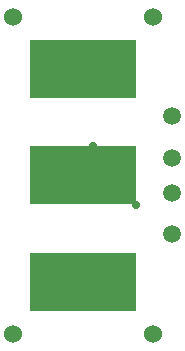
<source format=gbr>
G04*
G04 #@! TF.GenerationSoftware,Altium Limited,Altium Designer,23.11.1 (41)*
G04*
G04 Layer_Physical_Order=2*
G04 Layer_Color=16711680*
%FSLAX44Y44*%
%MOMM*%
G71*
G04*
G04 #@! TF.SameCoordinates,D4B6ECC5-B607-4844-A390-64D59AB080A4*
G04*
G04*
G04 #@! TF.FilePolarity,Positive*
G04*
G01*
G75*
%ADD28C,1.5240*%
%ADD29C,0.7000*%
%ADD30C,1.5000*%
%ADD31R,9.0000X5.0000*%
D28*
X134000Y284000D02*
D03*
X16000D02*
D03*
X134000Y16000D02*
D03*
X16000D02*
D03*
D29*
X75000Y60000D02*
D03*
X83000Y175000D02*
D03*
X75000Y220650D02*
D03*
X120000Y125000D02*
D03*
D30*
X150000Y100000D02*
D03*
Y200000D02*
D03*
Y135000D02*
D03*
Y165000D02*
D03*
D31*
X75000Y60000D02*
D03*
Y240000D02*
D03*
Y150000D02*
D03*
M02*

</source>
